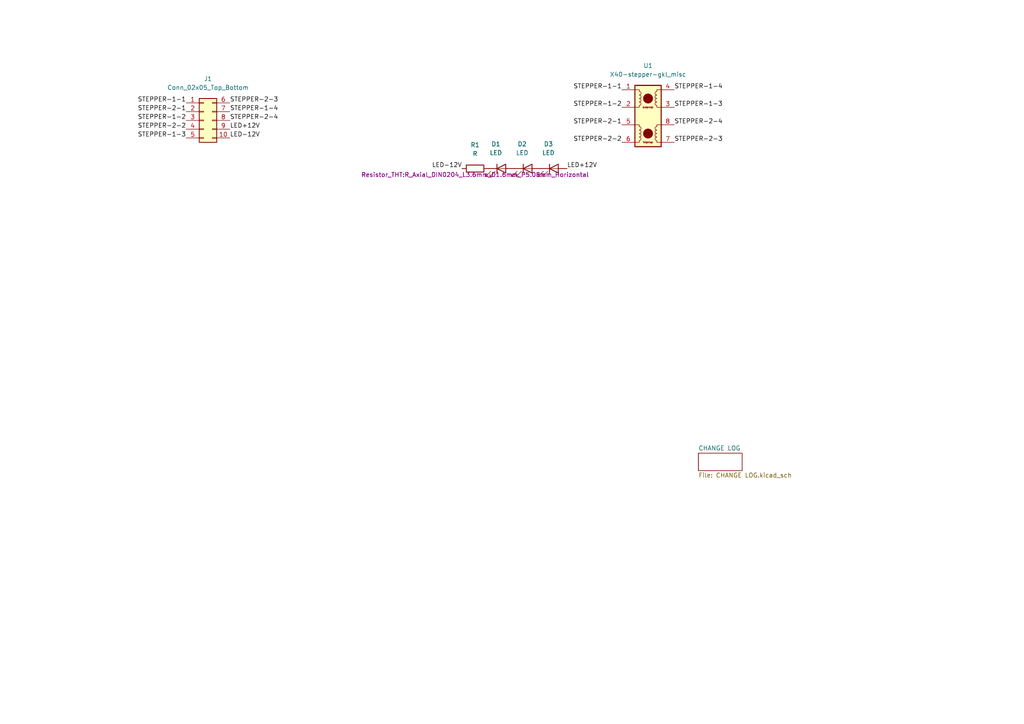
<source format=kicad_sch>
(kicad_sch (version 20230121) (generator eeschema)
  (paper "A4")
  (lib_symbols
    (symbol "Connector_Generic:Conn_02x05_Top_Bottom" (pin_names (offset 1.016) hide)
      (property "Reference" "J" (at 1.27 7.62 0))
      (property "Value" "Conn_02x05_Top_Bottom" (at 1.27 -7.62 0))
      (symbol "Conn_02x05_Top_Bottom_1_1"
        (rectangle (start -1.27 -4.953) (end 0 -5.207) (stroke (width 0.1524)))
        (rectangle (start -1.27 -2.413) (end 0 -2.667) (stroke (width 0.1524)))
        (rectangle (start -1.27 0.127) (end 0 -0.127) (stroke (width 0.1524)))
        (rectangle (start -1.27 2.667) (end 0 2.413) (stroke (width 0.1524)))
        (rectangle (start -1.27 5.207) (end 0 4.953) (stroke (width 0.1524)))
        (rectangle (start -1.27 6.35) (end 3.81 -6.35) (stroke (width 0.254)) (fill (type background)))
        (rectangle (start 3.81 -4.953) (end 2.54 -5.207) (stroke (width 0.1524)))
        (rectangle (start 3.81 -2.413) (end 2.54 -2.667) (stroke (width 0.1524)))
        (rectangle (start 3.81 0.127) (end 2.54 -0.127) (stroke (width 0.1524)))
        (rectangle (start 3.81 2.667) (end 2.54 2.413) (stroke (width 0.1524)))
        (rectangle (start 3.81 5.207) (end 2.54 4.953) (stroke (width 0.1524)))
        (pin passive line (at -5.08 5.08 0) (length 3.81) (name "Pin_1") (number "1"))
        (pin passive line (at 7.62 -5.08 180) (length 3.81) (name "Pin_10") (number "10"))
        (pin passive line (at -5.08 2.54 0) (length 3.81) (name "Pin_2") (number "2"))
        (pin passive line (at -5.08 0 0) (length 3.81) (name "Pin_3") (number "3"))
        (pin passive line (at -5.08 -2.54 0) (length 3.81) (name "Pin_4") (number "4"))
        (pin passive line (at -5.08 -5.08 0) (length 3.81) (name "Pin_5") (number "5"))
        (pin passive line (at 7.62 5.08 180) (length 3.81) (name "Pin_6") (number "6"))
        (pin passive line (at 7.62 2.54 180) (length 3.81) (name "Pin_7") (number "7"))
        (pin passive line (at 7.62 0 180) (length 3.81) (name "Pin_8") (number "8"))
        (pin passive line (at 7.62 -2.54 180) (length 3.81) (name "Pin_9") (number "9"))
      )
    )
    (symbol "Device:LED" (pin_numbers hide) (pin_names (offset 1.016) hide)
      (property "Reference" "D" (at 0 2.54 0))
      (property "Value" "LED" (at 0 -2.54 0))
      (symbol "LED_0_1"
        (polyline (pts (xy -1.27 -1.27) (xy -1.27 1.27)) (stroke (width 0.254)))
        (polyline (pts (xy -1.27 0) (xy 1.27 0)))
        (polyline (pts (xy 1.27 -1.27) (xy 1.27 1.27) (xy -1.27 0) (xy 1.27 -1.27)) (stroke (width 0.254)))
        (polyline (pts (xy -3.048 -0.762) (xy -4.572 -2.286) (xy -3.81 -2.286) (xy -4.572 -2.286) (xy -4.572 -1.524)))
        (polyline (pts (xy -1.778 -0.762) (xy -3.302 -2.286) (xy -2.54 -2.286) (xy -3.302 -2.286) (xy -3.302 -1.524)))
      )
      (symbol "LED_1_1"
        (pin passive line (at -3.81 0 0) (length 2.54) (name "K") (number "1"))
        (pin passive line (at 3.81 0 180) (length 2.54) (name "A") (number "2"))
      )
    )
    (symbol "Device:R" (pin_numbers hide) (pin_names (offset 0))
      (property "Reference" "R" (at 2.032 0 90))
      (property "Value" "R" (at 0 0 90))
      (symbol "R_0_1"
        (rectangle (start -1.016 -2.54) (end 1.016 2.54) (stroke (width 0.254)))
      )
      (symbol "R_1_1"
        (pin passive line (at 0 3.81 270) (length 1.27) (name "~") (number "1"))
        (pin passive line (at 0 -3.81 90) (length 1.27) (name "~") (number "2"))
      )
    )
    (symbol "X40:X40-stepper-gkl_misc" (pin_names (offset 1.016))
      (property "Reference" "U" (at 0 17.78 0))
      (property "Value" "X40-stepper-gkl_misc" (at 0 17.78 0))
      (symbol "X40-stepper-gkl_misc_0_0"
        (text "external" (at 0 -2.54 0) (effects (font (size 0.508 0.508))))
        (text "internal" (at 0 -12.7 0) (effects (font (size 0.508 0.508))))
      )
      (symbol "X40-stepper-gkl_misc_0_1"
        (rectangle (start -3.81 3.81) (end 3.81 -13.97) (stroke (width 0.3302)) (fill (type background)))
        (circle (center 0 -10.16) (radius 1.27) (stroke (width 0.3302)) (fill (type outline)))
        (polyline (pts (xy -3.81 -12.7) (xy -2.54 -12.7) (xy -2.54 -12.192)))
        (polyline (pts (xy -3.81 -7.62) (xy -2.54 -7.62) (xy -2.54 -8.128)))
        (polyline (pts (xy -3.81 -2.54) (xy -2.54 -2.54) (xy -2.54 -2.032)))
        (polyline (pts (xy -3.81 2.54) (xy -2.54 2.54) (xy -2.54 2.032)))
        (polyline (pts (xy 3.81 -12.7) (xy 2.54 -12.7) (xy 2.54 -12.192)))
        (polyline (pts (xy 3.81 -7.62) (xy 2.54 -7.62) (xy 2.54 -8.128)))
        (polyline (pts (xy 3.81 -2.54) (xy 2.54 -2.54) (xy 2.54 -2.032)))
        (polyline (pts (xy 3.81 2.54) (xy 2.54 2.54) (xy 2.54 2.032)))
        (circle (center 0 0) (radius 1.27) (stroke (width 0.3302)) (fill (type outline)))
      )
      (symbol "X40-stepper-gkl_misc_1_1"
        (arc (start -2.54 -12.192) (mid -2.0342 -11.684) (end -2.54 -11.176))
        (arc (start -2.54 -11.176) (mid -2.0342 -10.668) (end -2.54 -10.16))
        (arc (start -2.54 -10.16) (mid -2.0342 -9.652) (end -2.54 -9.144))
        (arc (start -2.54 -9.144) (mid -2.0342 -8.636) (end -2.54 -8.128))
        (arc (start -2.54 -2.032) (mid -2.0342 -1.524) (end -2.54 -1.016))
        (arc (start -2.54 -1.016) (mid -2.0342 -0.508) (end -2.54 0))
        (arc (start -2.54 0) (mid -2.0342 0.508) (end -2.54 1.016))
        (arc (start -2.54 1.016) (mid -2.0342 1.524) (end -2.54 2.032))
        (arc (start 2.54 -11.176) (mid 2.0342 -11.684) (end 2.54 -12.192))
        (arc (start 2.54 -10.16) (mid 2.0342 -10.668) (end 2.54 -11.176))
        (arc (start 2.54 -9.144) (mid 2.0342 -9.652) (end 2.54 -10.16))
        (arc (start 2.54 -8.128) (mid 2.0342 -8.636) (end 2.54 -9.144))
        (arc (start 2.54 -1.016) (mid 2.0342 -1.524) (end 2.54 -2.032))
        (arc (start 2.54 0) (mid 2.0342 -0.508) (end 2.54 -1.016))
        (arc (start 2.54 1.016) (mid 2.0342 0.508) (end 2.54 0))
        (arc (start 2.54 2.032) (mid 2.0342 1.524) (end 2.54 1.016))
        (pin passive line (at -7.62 2.54 0) (length 3.81) (name "~") (number "1"))
        (pin passive line (at -7.62 -2.54 0) (length 3.81) (name "~") (number "2"))
        (pin passive line (at 7.62 -2.54 180) (length 3.81) (name "~") (number "3"))
        (pin passive line (at 7.62 2.54 180) (length 3.81) (name "~") (number "4"))
        (pin passive line (at -7.62 -7.62 0) (length 3.81) (name "~") (number "5"))
        (pin passive line (at -7.62 -12.7 0) (length 3.81) (name "~") (number "6"))
        (pin passive line (at 7.62 -12.7 180) (length 3.81) (name "~") (number "7"))
        (pin passive line (at 7.62 -7.62 180) (length 3.81) (name "~") (number "8"))
      )
    )
  )
  (label "LED+12V" (at 164.465 48.895 0))
  (label "STEPPER-2-3" (at 195.58 41.275 0))
  (label "STEPPER-1-4" (at 66.675 32.385 0))
  (label "LED-12V" (at 133.985 48.895 180))
  (label "STEPPER-1-4" (at 195.58 26.035 0))
  (label "LED+12V" (at 66.675 37.465 0))
  (label "STEPPER-2-3" (at 66.675 29.845 0))
  (label "STEPPER-2-4" (at 195.58 36.195 0))
  (label "STEPPER-1-1" (at 180.34 26.035 180))
  (label "STEPPER-2-2" (at 53.975 37.465 180))
  (label "STEPPER-1-2" (at 53.975 34.925 180))
  (label "STEPPER-2-2" (at 180.34 41.275 180))
  (label "STEPPER-1-3" (at 53.975 40.005 180))
  (label "STEPPER-1-1" (at 53.975 29.845 180))
  (label "STEPPER-2-1" (at 180.34 36.195 180))
  (label "STEPPER-2-1" (at 53.975 32.385 180))
  (label "LED-12V" (at 66.675 40.005 0))
  (label "STEPPER-2-4" (at 66.675 34.925 0))
  (label "STEPPER-1-2" (at 180.34 31.115 180))
  (label "STEPPER-1-3" (at 195.58 31.115 0))
  (symbol (lib_id "Device:LED") (at 160.655 48.895 0) (unit 1)
    (property "Reference" "D3" (at 159.0675 41.783 0))
    (property "Value" "LED" (at 159.0675 44.323 0))
    (property "Footprint" "LED_THT:LED_D3.0mm" (effects hide))
  )
  (symbol (lib_id "Device:LED") (at 145.415 48.895 0) (unit 1)
    (property "Reference" "D1" (at 143.8275 41.783 0))
    (property "Value" "LED" (at 143.8275 44.323 0))
    (property "Footprint" "LED_THT:LED_D3.0mm" (effects hide))
  )
  (symbol (lib_id "Device:LED") (at 153.035 48.895 0) (unit 1)
    (property "Reference" "D2" (at 151.4475 41.783 0))
    (property "Value" "LED" (at 151.4475 44.323 0))
    (property "Footprint" "LED_THT:LED_D3.0mm" (effects hide))
  )
  (symbol (lib_id "Connector_Generic:Conn_02x05_Top_Bottom") (at 59.055 34.925 0) (unit 1)
    (property "Reference" "J1" (at 60.325 22.86 0))
    (property "Value" "Conn_02x05_Top_Bottom" (at 60.325 25.4 0))
    (property "Footprint" "Connector_PinHeader_2.54mm:PinHeader_2x05_P2.54mm_Vertical" (effects hide))
  )
  (symbol (lib_id "X40:X40-stepper-gkl_misc") (at 187.96 28.575 0) (unit 1)
    (property "Reference" "U1" (at 187.96 19.05 0))
    (property "Value" "X40-stepper-gkl_misc" (at 187.96 21.59 0))
    (property "Footprint" "single-x40:X40-stepper" (effects hide))
  )
  (symbol (lib_id "Device:R") (at 137.795 48.895 90) (unit 1)
    (property "Reference" "R1" (at 137.795 42.037 90))
    (property "Value" "R" (at 137.795 44.577 90))
    (property "Footprint" "Resistor_THT:R_Axial_DIN0204_L3.6mm_D1.6mm_P5.08mm_Horizontal" (at 137.795 50.673 90))
  )
  (sheet (at 202.565 131.445) (size 12.7 5.08) (stroke (width 0.1524))
    (property "Sheetname" "CHANGE LOG" (at 202.565 130.7334 0) (effects (justify left bottom)))
    (property "Sheetfile" "CHANGE LOG.kicad_sch" (at 202.565 137.1096 0) (effects (justify left top)))
  )
)
</source>
